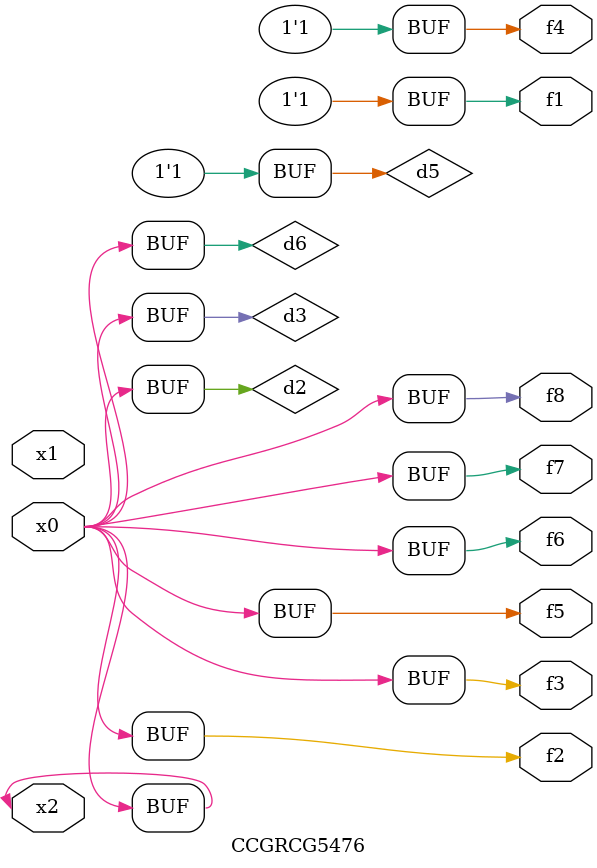
<source format=v>
module CCGRCG5476(
	input x0, x1, x2,
	output f1, f2, f3, f4, f5, f6, f7, f8
);

	wire d1, d2, d3, d4, d5, d6;

	xnor (d1, x2);
	buf (d2, x0, x2);
	and (d3, x0);
	xnor (d4, x1, x2);
	nand (d5, d1, d3);
	buf (d6, d2, d3);
	assign f1 = d5;
	assign f2 = d6;
	assign f3 = d6;
	assign f4 = d5;
	assign f5 = d6;
	assign f6 = d6;
	assign f7 = d6;
	assign f8 = d6;
endmodule

</source>
